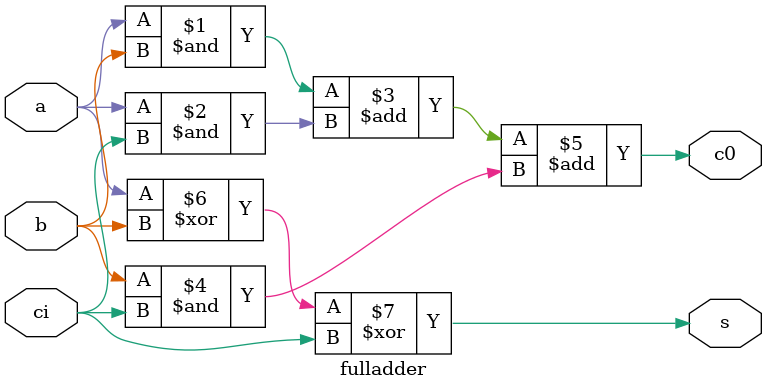
<source format=v>
module fulladder(c0, s, a, b, ci);
		input a, b, ci;
		output s, c0;
		
		assign c0 = (a&b) + (a&ci) + (b&ci);
		assign s = a ^ b ^ ci;
endmodule
</source>
